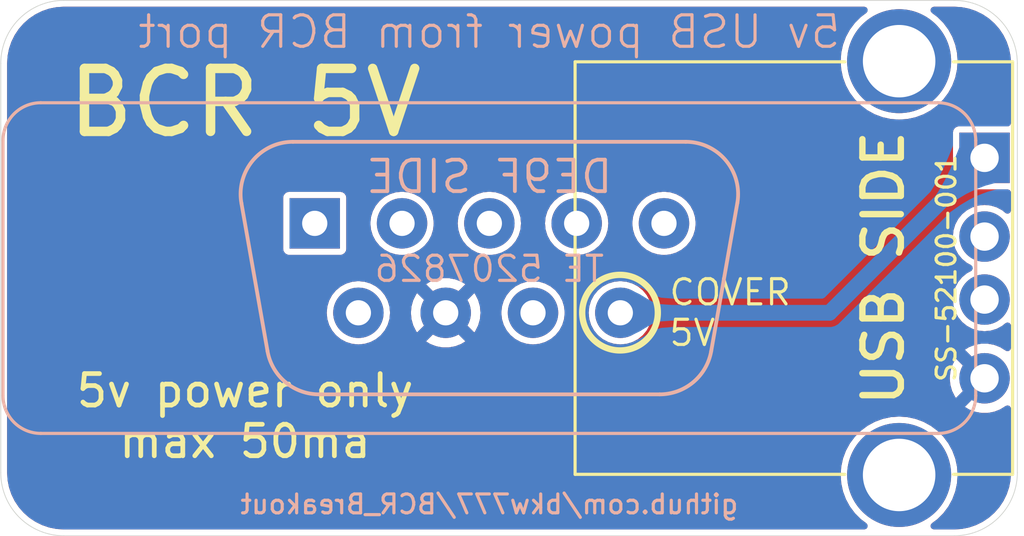
<source format=kicad_pcb>
(kicad_pcb (version 20240108) (generator "pcbnew") (generator_version "8.0")
  (title_block (title "BCR_USB_PWR_alt") (date "2025-03-23") (rev "002") (company "Brian K. White") (comment 1 "github.com/bkw777/BCR_Breakout") (comment 2 "CC-BY-SA"))
  (layers (0 "F.Cu" signal) (31 "B.Cu" signal) (34 "B.Paste" user) (35 "F.Paste" user) (36 "B.SilkS" user "B.Silkscreen") (37 "F.SilkS" user "F.Silkscreen") (38 "B.Mask" user) (39 "F.Mask" user) (44 "Edge.Cuts" user))
  (net 0 "")
  (net 1 "/+5V")
  (net 2 "/GND")
  (net 3 "Net-(CN2-PadSH)")
  (footprint "0_LOCAL:USB_A_Female_UE27AC54100" (layer "F.Cu") (at 140 95.758 -90)
    (property "Reference" "CN2" (hide yes))
    (property "Value" "UE27AC54100")
    (fp_line (start 6.55 10.28) (end -6.55 10.28) (stroke (width 0.1)) (layer "F.SilkS"))
    (fp_line (start -6.55 1.725) (end -6.55 10.28) (stroke (width 0.1)) (layer "F.SilkS"))
    (fp_line (start 6.55 1.725) (end 6.55 10.28) (stroke (width 0.1)) (layer "F.SilkS"))
    (fp_line (start -6.55 -3.6) (end -6.55 -1.725) (stroke (width 0.1)) (layer "F.SilkS"))
    (fp_line (start -6.55 -3.6) (end 6.55 -3.6) (stroke (width 0.1)) (layer "F.SilkS"))
    (fp_line (start 6.55 -3.6) (end 6.55 -1.725) (stroke (width 0.1)) (layer "F.SilkS"))
    (pad "1" thru_hole rect (at -3.5 -2.71 270) (size 1.6 1.6) (drill 0.9) (layers "*.Cu" "*.Mask") (net 1 "/+5V"))
    (pad "2" thru_hole circle (at -1 -2.71 270) (size 1.6 1.6) (drill 0.9) (layers "*.Cu" "*.Mask"))
    (pad "3" thru_hole circle (at 1 -2.71 270) (size 1.6 1.6) (drill 0.9) (layers "*.Cu" "*.Mask"))
    (pad "4" thru_hole circle (at 3.5 -2.71 270) (size 1.6 1.6) (drill 0.9) (layers "*.Cu" "*.Mask") (net 2 "/GND"))
    (pad "SH" thru_hole circle (at -6.57 0 270) (size 3.3 3.3) (drill 2.3) (layers "*.Cu" "*.Mask") (net 3 "Net-(CN2-PadSH)"))
    (pad "SH" thru_hole circle (at 6.57 0 270) (size 3.3 3.3) (drill 2.3) (layers "*.Cu" "*.Mask") (net 3 "Net-(CN2-PadSH)"))
  )
  (footprint "0_LOCAL:TE-5207826" (layer "B.Cu") (at 127 95.758 180)
    (property "Reference" "CN1" (hide yes))
    (property "Value" "DB9_Female")
    (fp_line (start 15.43 4.05) (end 15.43 -4.05) (stroke (width 0.1)) (layer "B.SilkS"))
    (fp_line (start 14.23 5.25) (end -14.23 5.25) (stroke (width 0.1)) (layer "B.SilkS"))
    (fp_line (start 14.23 -5.25) (end -14.23 -5.25) (stroke (width 0.1)) (layer "B.SilkS"))
    (fp_line (start 7.037733 -2.638256) (end 7.86647 2.061744) (stroke (width 0.12)) (layer "B.SilkS"))
    (fp_line (start 6.231689 4.01) (end -6.231689 4.01) (stroke (width 0.12)) (layer "B.SilkS"))
    (fp_line (start 5.402952 -4.01) (end -5.402952 -4.01) (stroke (width 0.12)) (layer "B.SilkS"))
    (fp_line (start -7.037733 -2.638256) (end -7.86647 2.061744) (stroke (width 0.12)) (layer "B.SilkS"))
    (fp_line (start -15.43 4.05) (end -15.43 -4.05) (stroke (width 0.1)) (layer "B.SilkS"))
    (fp_arc (start 15.43 4.05) (mid 15.078528 4.898528) (end 14.23 5.25) (stroke (width 0.1)) (layer "B.SilkS"))
    (fp_arc (start 14.23 -5.25) (mid 15.078528 -4.898528) (end 15.43 -4.05) (stroke (width 0.1)) (layer "B.SilkS"))
    (fp_arc (start 7.86647 2.061744) (mid 7.503323 3.417024) (end 6.231689 4.01) (stroke (width 0.12)) (layer "B.SilkS"))
    (fp_arc (start 5.402952 -4.01) (mid 6.469978 -3.621633) (end 7.037733 -2.638256) (stroke (width 0.12)) (layer "B.SilkS"))
    (fp_arc (start -6.231689 4.01) (mid -7.503323 3.417028) (end -7.86647 2.061744) (stroke (width 0.12)) (layer "B.SilkS"))
    (fp_arc (start -7.037733 -2.638256) (mid -6.469979 -3.621633) (end -5.402952 -4.01) (stroke (width 0.12)) (layer "B.SilkS"))
    (fp_arc (start -14.23 5.25) (mid -15.078528 4.898528) (end -15.43 4.05) (stroke (width 0.1)) (layer "B.SilkS"))
    (fp_arc (start -15.43 -4.05) (mid -15.078528 -4.898528) (end -14.23 -5.25) (stroke (width 0.1)) (layer "B.SilkS"))
    (pad "1" thru_hole rect (at 5.54 1.42 180) (size 1.6 1.6) (drill 0.8) (layers "*.Cu" "*.Mask"))
    (pad "2" thru_hole circle (at 2.77 1.42 180) (size 1.6 1.6) (drill 0.8) (layers "*.Cu" "*.Mask"))
    (pad "3" thru_hole circle (at 0 1.42 180) (size 1.6 1.6) (drill 0.8) (layers "*.Cu" "*.Mask"))
    (pad "4" thru_hole circle (at -2.77 1.42 180) (size 1.6 1.6) (drill 0.8) (layers "*.Cu" "*.Mask"))
    (pad "5" thru_hole circle (at -5.54 1.42 180) (size 1.6 1.6) (drill 0.8) (layers "*.Cu" "*.Mask"))
    (pad "6" thru_hole circle (at 4.155 -1.42 180) (size 1.6 1.6) (drill 0.8) (layers "*.Cu" "*.Mask"))
    (pad "7" thru_hole circle (at 1.385 -1.42 180) (size 1.6 1.6) (drill 0.8) (layers "*.Cu" "*.Mask") (net 2 "/GND"))
    (pad "8" thru_hole circle (at -1.385 -1.42 180) (size 1.6 1.6) (drill 0.8) (layers "*.Cu" "*.Mask"))
    (pad "9" thru_hole circle (at -4.155 -1.42 180) (size 1.6 1.6) (drill 0.8) (layers "*.Cu" "*.Mask") (net 1 "/+5V"))
  )
  (gr_circle (center 131.145 97.173) (end 132.345 97.173) (stroke (width 0.2)) (fill none) (layer "F.SilkS"))
  (gr_line (start 143.75 102.258) (end 143.75 89.258) (stroke (width 0.0254)) (layer "Edge.Cuts"))
  (gr_arc (start 141.75 87.258) (mid 143.164214 87.843786) (end 143.75 89.258) (stroke (width 0.025)) (layer "Edge.Cuts"))
  (gr_arc (start 143.75 102.258) (mid 143.164214 103.672214) (end 141.75 104.258) (stroke (width 0.025)) (layer "Edge.Cuts"))
  (gr_arc (start 113.5 104.258) (mid 112.085786 103.672214) (end 111.5 102.258) (stroke (width 0.025)) (layer "Edge.Cuts"))
  (gr_line (start 141.75 87.258) (end 113.5 87.258) (stroke (width 0.0254)) (layer "Edge.Cuts"))
  (gr_arc (start 111.5 89.258) (mid 112.085786 87.843786) (end 113.5 87.258) (stroke (width 0.025)) (layer "Edge.Cuts"))
  (gr_line (start 113.5 104.258) (end 141.75 104.258) (stroke (width 0.0254)) (layer "Edge.Cuts"))
  (gr_line (start 111.5 89.258) (end 111.5 102.258) (stroke (width 0.0254)) (layer "Edge.Cuts"))
  (gr_text "${COMMENT1}" (at 127 103.258 0) (layer "B.SilkS") (effects (font (size 0.6 0.6) (thickness 0.1)) (justify mirror)))
  (gr_text "TE 5207826" (at 127 95.783 0) (layer "B.SilkS") (effects (font (size 0.8 0.8) (thickness 0.1)) (justify mirror)))
  (gr_text "DE9F SIDE" (at 127 92.858 0) (layer "B.SilkS") (effects (font (size 1 1) (thickness 0.12)) (justify mirror)))
  (gr_text "5v USB power from BCR port" (at 127 88.258 0) (layer "B.SilkS") (effects (font (size 1 1) (thickness 0.1)) (justify mirror)))
  (gr_text "SS-52100-001" (at 141.5 95.758 90) (layer "F.SilkS") (effects (font (size 0.6 0.6) (thickness 0.1))))
  (gr_text "COVER\n5V" (at 132.65 97.173 0) (layer "F.SilkS") (effects (font (size 0.8 0.8) (thickness 0.1)) (justify left)))
  (gr_text "BCR 5V" (at 119.25 90.508 0) (layer "F.SilkS") (effects (font (size 2 2) (thickness 0.3))))
  (gr_text "5v power only\nmax 50ma" (at 119.25 100.458 0) (layer "F.SilkS") (effects (font (size 1 1))))
  (gr_text "USB SIDE" (at 139.5 95.758 90) (layer "F.SilkS") (effects (font (size 1.2192 1.2192) (thickness 0.2032))))
  (segment (start 137.79 97.178) (end 142.71 92.258) (width 0.5) (layer "B.Cu") (net 1))
  (segment (start 131.155 97.178) (end 137.79 97.178) (width 0.5) (layer "B.Cu") (net 1))
  (zone (net 2) (net_name "/GND") (layers "F&B.Cu") (connect_pads (clearance 0.2)) (min_thickness 0.22) (fill yes (thermal_gap 0.3) (thermal_bridge_width 0.4) (smoothing fillet) (radius 0.1))
    (polygon (pts (xy 111.5 87.258) (xy 111.5 104.258) (xy 143.75 104.258) (xy 143.75 87.258)))
  )
)
</source>
